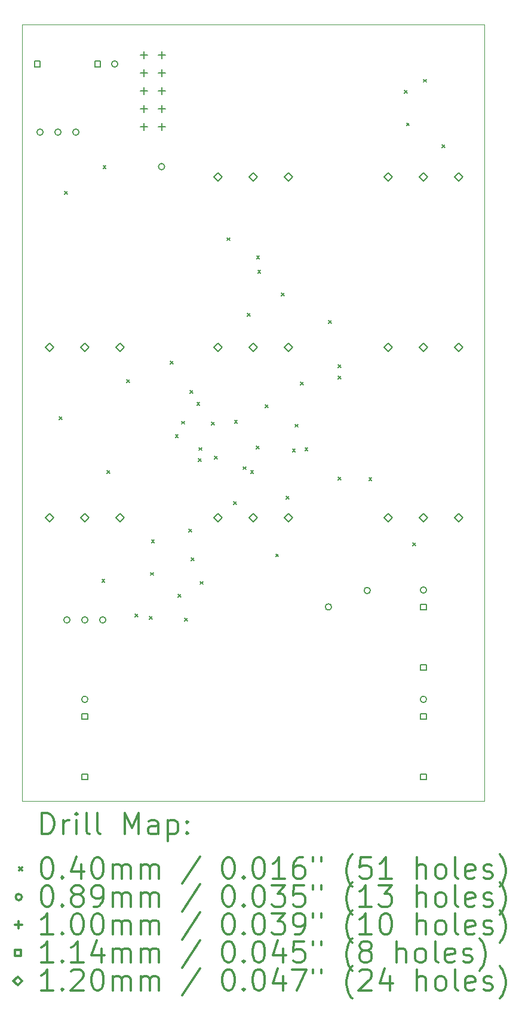
<source format=gbr>
%FSLAX45Y45*%
G04 Gerber Fmt 4.5, Leading zero omitted, Abs format (unit mm)*
G04 Created by KiCad (PCBNEW (5.1.4-0-10_14)) date 2019-11-18 15:59:14*
%MOMM*%
%LPD*%
G04 APERTURE LIST*
%ADD10C,0.050000*%
%ADD11C,0.200000*%
%ADD12C,0.300000*%
G04 APERTURE END LIST*
D10*
X0Y11000000D02*
X6553200Y11000000D01*
X6553200Y0D02*
X6553200Y11000000D01*
X6553200Y0D02*
X0Y0D01*
X0Y11000000D02*
X0Y0D01*
D11*
X526000Y5446000D02*
X566000Y5406000D01*
X566000Y5446000D02*
X526000Y5406000D01*
X601000Y8634000D02*
X641000Y8594000D01*
X641000Y8634000D02*
X601000Y8594000D01*
X1132000Y3141000D02*
X1172000Y3101000D01*
X1172000Y3141000D02*
X1132000Y3101000D01*
X1149000Y8999000D02*
X1189000Y8959000D01*
X1189000Y8999000D02*
X1149000Y8959000D01*
X1206000Y4682000D02*
X1246000Y4642000D01*
X1246000Y4682000D02*
X1206000Y4642000D01*
X1483000Y5967000D02*
X1523000Y5927000D01*
X1523000Y5967000D02*
X1483000Y5927000D01*
X1599000Y2652000D02*
X1639000Y2612000D01*
X1639000Y2652000D02*
X1599000Y2612000D01*
X1804000Y2616000D02*
X1844000Y2576000D01*
X1844000Y2616000D02*
X1804000Y2576000D01*
X1823000Y3239000D02*
X1863000Y3199000D01*
X1863000Y3239000D02*
X1823000Y3199000D01*
X1834000Y3699000D02*
X1874000Y3659000D01*
X1874000Y3699000D02*
X1834000Y3659000D01*
X2104000Y6228999D02*
X2144000Y6188999D01*
X2144000Y6228999D02*
X2104000Y6188999D01*
X2173000Y5190000D02*
X2213000Y5150000D01*
X2213000Y5190000D02*
X2173000Y5150000D01*
X2210000Y2932000D02*
X2250000Y2892000D01*
X2250000Y2932000D02*
X2210000Y2892000D01*
X2263000Y5381000D02*
X2303000Y5341000D01*
X2303000Y5381000D02*
X2263000Y5341000D01*
X2305000Y2591000D02*
X2345000Y2551000D01*
X2345000Y2591000D02*
X2305000Y2551000D01*
X2365000Y3850000D02*
X2405000Y3810000D01*
X2405000Y3850000D02*
X2365000Y3810000D01*
X2380000Y5819000D02*
X2420000Y5779000D01*
X2420000Y5819000D02*
X2380000Y5779000D01*
X2396000Y3443000D02*
X2436000Y3403000D01*
X2436000Y3443000D02*
X2396000Y3403000D01*
X2479000Y5647000D02*
X2519000Y5607000D01*
X2519000Y5647000D02*
X2479000Y5607000D01*
X2500000Y4853000D02*
X2540000Y4813000D01*
X2540000Y4853000D02*
X2500000Y4813000D01*
X2508000Y5007000D02*
X2548000Y4967000D01*
X2548000Y5007000D02*
X2508000Y4967000D01*
X2527000Y3112000D02*
X2567000Y3072000D01*
X2567000Y3112000D02*
X2527000Y3072000D01*
X2688000Y5370000D02*
X2728000Y5330000D01*
X2728000Y5370000D02*
X2688000Y5330000D01*
X2730766Y4883234D02*
X2770766Y4843234D01*
X2770766Y4883234D02*
X2730766Y4843234D01*
X2903000Y7979000D02*
X2943000Y7939000D01*
X2943000Y7979000D02*
X2903000Y7939000D01*
X2999000Y4241000D02*
X3039000Y4201000D01*
X3039000Y4241000D02*
X2999000Y4201000D01*
X3011000Y5391000D02*
X3051000Y5351000D01*
X3051000Y5391000D02*
X3011000Y5351000D01*
X3137000Y4738000D02*
X3177000Y4698000D01*
X3177000Y4738000D02*
X3137000Y4698000D01*
X3191000Y6909000D02*
X3231000Y6869000D01*
X3231000Y6909000D02*
X3191000Y6869000D01*
X3241000Y4679000D02*
X3281000Y4639000D01*
X3281000Y4679000D02*
X3241000Y4639000D01*
X3319000Y5030000D02*
X3359000Y4990000D01*
X3359000Y5030000D02*
X3319000Y4990000D01*
X3325000Y7719000D02*
X3365000Y7679000D01*
X3365000Y7719000D02*
X3325000Y7679000D01*
X3342000Y7517000D02*
X3382000Y7477000D01*
X3382000Y7517000D02*
X3342000Y7477000D01*
X3445000Y5616000D02*
X3485000Y5576000D01*
X3485000Y5616000D02*
X3445000Y5576000D01*
X3596800Y3499800D02*
X3636800Y3459800D01*
X3636800Y3499800D02*
X3596800Y3459800D01*
X3674000Y7199000D02*
X3714000Y7159000D01*
X3714000Y7199000D02*
X3674000Y7159000D01*
X3745000Y4317000D02*
X3785000Y4277000D01*
X3785000Y4317000D02*
X3745000Y4277000D01*
X3832000Y4989000D02*
X3872000Y4949000D01*
X3872000Y4989000D02*
X3832000Y4949000D01*
X3871000Y5338000D02*
X3911000Y5298000D01*
X3911000Y5338000D02*
X3871000Y5298000D01*
X3950000Y5933000D02*
X3990000Y5893000D01*
X3990000Y5933000D02*
X3950000Y5893000D01*
X4011000Y5005000D02*
X4051000Y4965000D01*
X4051000Y5005000D02*
X4011000Y4965000D01*
X4345000Y6809000D02*
X4385000Y6769000D01*
X4385000Y6809000D02*
X4345000Y6769000D01*
X4482000Y6178000D02*
X4522000Y6138000D01*
X4522000Y6178000D02*
X4482000Y6138000D01*
X4482000Y6020000D02*
X4522000Y5980000D01*
X4522000Y6020000D02*
X4482000Y5980000D01*
X4482000Y4586000D02*
X4522000Y4546000D01*
X4522000Y4586000D02*
X4482000Y4546000D01*
X4917000Y4578000D02*
X4957000Y4538000D01*
X4957000Y4578000D02*
X4917000Y4538000D01*
X5423000Y10064000D02*
X5463000Y10024000D01*
X5463000Y10064000D02*
X5423000Y10024000D01*
X5450000Y9605000D02*
X5490000Y9565000D01*
X5490000Y9605000D02*
X5450000Y9565000D01*
X5538000Y3659000D02*
X5578000Y3619000D01*
X5578000Y3659000D02*
X5538000Y3619000D01*
X5690000Y10224000D02*
X5730000Y10184000D01*
X5730000Y10224000D02*
X5690000Y10184000D01*
X5954000Y9299000D02*
X5994000Y9259000D01*
X5994000Y9299000D02*
X5954000Y9259000D01*
X679450Y2565400D02*
G75*
G03X679450Y2565400I-44450J0D01*
G01*
X933450Y2565400D02*
G75*
G03X933450Y2565400I-44450J0D01*
G01*
X1187450Y2565400D02*
G75*
G03X1187450Y2565400I-44450J0D01*
G01*
X1357630Y10439400D02*
G75*
G03X1357630Y10439400I-44450J0D01*
G01*
X5734050Y2989580D02*
G75*
G03X5734050Y2989580I-44450J0D01*
G01*
X4387450Y2750000D02*
G75*
G03X4387450Y2750000I-44450J0D01*
G01*
X5734050Y1441980D02*
G75*
G03X5734050Y1441980I-44450J0D01*
G01*
X2022450Y8987000D02*
G75*
G03X2022450Y8987000I-44450J0D01*
G01*
X4937450Y2983000D02*
G75*
G03X4937450Y2983000I-44450J0D01*
G01*
X933450Y1441980D02*
G75*
G03X933450Y1441980I-44450J0D01*
G01*
X298450Y9474200D02*
G75*
G03X298450Y9474200I-44450J0D01*
G01*
X552450Y9474200D02*
G75*
G03X552450Y9474200I-44450J0D01*
G01*
X806450Y9474200D02*
G75*
G03X806450Y9474200I-44450J0D01*
G01*
X1727200Y10616400D02*
X1727200Y10516400D01*
X1677200Y10566400D02*
X1777200Y10566400D01*
X1727200Y10362400D02*
X1727200Y10262400D01*
X1677200Y10312400D02*
X1777200Y10312400D01*
X1727200Y10108400D02*
X1727200Y10008400D01*
X1677200Y10058400D02*
X1777200Y10058400D01*
X1727200Y9854400D02*
X1727200Y9754400D01*
X1677200Y9804400D02*
X1777200Y9804400D01*
X1727200Y9600400D02*
X1727200Y9500400D01*
X1677200Y9550400D02*
X1777200Y9550400D01*
X1981200Y10616400D02*
X1981200Y10516400D01*
X1931200Y10566400D02*
X2031200Y10566400D01*
X1981200Y10362400D02*
X1981200Y10262400D01*
X1931200Y10312400D02*
X2031200Y10312400D01*
X1981200Y10108400D02*
X1981200Y10008400D01*
X1931200Y10058400D02*
X2031200Y10058400D01*
X1981200Y9854400D02*
X1981200Y9754400D01*
X1931200Y9804400D02*
X2031200Y9804400D01*
X1981200Y9600400D02*
X1981200Y9500400D01*
X1931200Y9550400D02*
X2031200Y9550400D01*
X5730011Y2707869D02*
X5730011Y2788692D01*
X5649188Y2788692D01*
X5649188Y2707869D01*
X5730011Y2707869D01*
X5730011Y1851888D02*
X5730011Y1932711D01*
X5649188Y1932711D01*
X5649188Y1851888D01*
X5730011Y1851888D01*
X256311Y10398989D02*
X256311Y10479812D01*
X175488Y10479812D01*
X175488Y10398989D01*
X256311Y10398989D01*
X1112292Y10398989D02*
X1112292Y10479812D01*
X1031468Y10479812D01*
X1031468Y10398989D01*
X1112292Y10398989D01*
X5730011Y1160269D02*
X5730011Y1241092D01*
X5649188Y1241092D01*
X5649188Y1160269D01*
X5730011Y1160269D01*
X5730011Y304289D02*
X5730011Y385111D01*
X5649188Y385111D01*
X5649188Y304289D01*
X5730011Y304289D01*
X929411Y1160269D02*
X929411Y1241092D01*
X848588Y1241092D01*
X848588Y1160269D01*
X929411Y1160269D01*
X929411Y304289D02*
X929411Y385111D01*
X848588Y385111D01*
X848588Y304289D01*
X929411Y304289D01*
X2776600Y8779200D02*
X2836600Y8839200D01*
X2776600Y8899200D01*
X2716600Y8839200D01*
X2776600Y8779200D01*
X3276600Y8779200D02*
X3336600Y8839200D01*
X3276600Y8899200D01*
X3216600Y8839200D01*
X3276600Y8779200D01*
X3776600Y8779200D02*
X3836600Y8839200D01*
X3776600Y8899200D01*
X3716600Y8839200D01*
X3776600Y8779200D01*
X5189600Y8779200D02*
X5249600Y8839200D01*
X5189600Y8899200D01*
X5129600Y8839200D01*
X5189600Y8779200D01*
X5689600Y8779200D02*
X5749600Y8839200D01*
X5689600Y8899200D01*
X5629600Y8839200D01*
X5689600Y8779200D01*
X6189600Y8779200D02*
X6249600Y8839200D01*
X6189600Y8899200D01*
X6129600Y8839200D01*
X6189600Y8779200D01*
X389000Y6366200D02*
X449000Y6426200D01*
X389000Y6486200D01*
X329000Y6426200D01*
X389000Y6366200D01*
X889000Y6366200D02*
X949000Y6426200D01*
X889000Y6486200D01*
X829000Y6426200D01*
X889000Y6366200D01*
X1389000Y6366200D02*
X1449000Y6426200D01*
X1389000Y6486200D01*
X1329000Y6426200D01*
X1389000Y6366200D01*
X5189600Y6366200D02*
X5249600Y6426200D01*
X5189600Y6486200D01*
X5129600Y6426200D01*
X5189600Y6366200D01*
X5689600Y6366200D02*
X5749600Y6426200D01*
X5689600Y6486200D01*
X5629600Y6426200D01*
X5689600Y6366200D01*
X6189600Y6366200D02*
X6249600Y6426200D01*
X6189600Y6486200D01*
X6129600Y6426200D01*
X6189600Y6366200D01*
X389000Y3953200D02*
X449000Y4013200D01*
X389000Y4073200D01*
X329000Y4013200D01*
X389000Y3953200D01*
X889000Y3953200D02*
X949000Y4013200D01*
X889000Y4073200D01*
X829000Y4013200D01*
X889000Y3953200D01*
X1389000Y3953200D02*
X1449000Y4013200D01*
X1389000Y4073200D01*
X1329000Y4013200D01*
X1389000Y3953200D01*
X2776600Y3953200D02*
X2836600Y4013200D01*
X2776600Y4073200D01*
X2716600Y4013200D01*
X2776600Y3953200D01*
X3276600Y3953200D02*
X3336600Y4013200D01*
X3276600Y4073200D01*
X3216600Y4013200D01*
X3276600Y3953200D01*
X3776600Y3953200D02*
X3836600Y4013200D01*
X3776600Y4073200D01*
X3716600Y4013200D01*
X3776600Y3953200D01*
X2776600Y6366200D02*
X2836600Y6426200D01*
X2776600Y6486200D01*
X2716600Y6426200D01*
X2776600Y6366200D01*
X3276600Y6366200D02*
X3336600Y6426200D01*
X3276600Y6486200D01*
X3216600Y6426200D01*
X3276600Y6366200D01*
X3776600Y6366200D02*
X3836600Y6426200D01*
X3776600Y6486200D01*
X3716600Y6426200D01*
X3776600Y6366200D01*
X5189600Y3953200D02*
X5249600Y4013200D01*
X5189600Y4073200D01*
X5129600Y4013200D01*
X5189600Y3953200D01*
X5689600Y3953200D02*
X5749600Y4013200D01*
X5689600Y4073200D01*
X5629600Y4013200D01*
X5689600Y3953200D01*
X6189600Y3953200D02*
X6249600Y4013200D01*
X6189600Y4073200D01*
X6129600Y4013200D01*
X6189600Y3953200D01*
D12*
X283928Y-468214D02*
X283928Y-168214D01*
X355357Y-168214D01*
X398214Y-182500D01*
X426786Y-211071D01*
X441071Y-239643D01*
X455357Y-296786D01*
X455357Y-339643D01*
X441071Y-396786D01*
X426786Y-425357D01*
X398214Y-453929D01*
X355357Y-468214D01*
X283928Y-468214D01*
X583928Y-468214D02*
X583928Y-268214D01*
X583928Y-325357D02*
X598214Y-296786D01*
X612500Y-282500D01*
X641071Y-268214D01*
X669643Y-268214D01*
X769643Y-468214D02*
X769643Y-268214D01*
X769643Y-168214D02*
X755357Y-182500D01*
X769643Y-196786D01*
X783928Y-182500D01*
X769643Y-168214D01*
X769643Y-196786D01*
X955357Y-468214D02*
X926786Y-453929D01*
X912500Y-425357D01*
X912500Y-168214D01*
X1112500Y-468214D02*
X1083928Y-453929D01*
X1069643Y-425357D01*
X1069643Y-168214D01*
X1455357Y-468214D02*
X1455357Y-168214D01*
X1555357Y-382500D01*
X1655357Y-168214D01*
X1655357Y-468214D01*
X1926786Y-468214D02*
X1926786Y-311072D01*
X1912500Y-282500D01*
X1883928Y-268214D01*
X1826786Y-268214D01*
X1798214Y-282500D01*
X1926786Y-453929D02*
X1898214Y-468214D01*
X1826786Y-468214D01*
X1798214Y-453929D01*
X1783928Y-425357D01*
X1783928Y-396786D01*
X1798214Y-368214D01*
X1826786Y-353929D01*
X1898214Y-353929D01*
X1926786Y-339643D01*
X2069643Y-268214D02*
X2069643Y-568214D01*
X2069643Y-282500D02*
X2098214Y-268214D01*
X2155357Y-268214D01*
X2183928Y-282500D01*
X2198214Y-296786D01*
X2212500Y-325357D01*
X2212500Y-411071D01*
X2198214Y-439643D01*
X2183928Y-453929D01*
X2155357Y-468214D01*
X2098214Y-468214D01*
X2069643Y-453929D01*
X2341071Y-439643D02*
X2355357Y-453929D01*
X2341071Y-468214D01*
X2326786Y-453929D01*
X2341071Y-439643D01*
X2341071Y-468214D01*
X2341071Y-282500D02*
X2355357Y-296786D01*
X2341071Y-311072D01*
X2326786Y-296786D01*
X2341071Y-282500D01*
X2341071Y-311072D01*
X-42500Y-942500D02*
X-2500Y-982500D01*
X-2500Y-942500D02*
X-42500Y-982500D01*
X341071Y-798214D02*
X369643Y-798214D01*
X398214Y-812500D01*
X412500Y-826786D01*
X426786Y-855357D01*
X441071Y-912500D01*
X441071Y-983929D01*
X426786Y-1041071D01*
X412500Y-1069643D01*
X398214Y-1083929D01*
X369643Y-1098214D01*
X341071Y-1098214D01*
X312500Y-1083929D01*
X298214Y-1069643D01*
X283928Y-1041071D01*
X269643Y-983929D01*
X269643Y-912500D01*
X283928Y-855357D01*
X298214Y-826786D01*
X312500Y-812500D01*
X341071Y-798214D01*
X569643Y-1069643D02*
X583928Y-1083929D01*
X569643Y-1098214D01*
X555357Y-1083929D01*
X569643Y-1069643D01*
X569643Y-1098214D01*
X841071Y-898214D02*
X841071Y-1098214D01*
X769643Y-783929D02*
X698214Y-998214D01*
X883928Y-998214D01*
X1055357Y-798214D02*
X1083928Y-798214D01*
X1112500Y-812500D01*
X1126786Y-826786D01*
X1141071Y-855357D01*
X1155357Y-912500D01*
X1155357Y-983929D01*
X1141071Y-1041071D01*
X1126786Y-1069643D01*
X1112500Y-1083929D01*
X1083928Y-1098214D01*
X1055357Y-1098214D01*
X1026786Y-1083929D01*
X1012500Y-1069643D01*
X998214Y-1041071D01*
X983928Y-983929D01*
X983928Y-912500D01*
X998214Y-855357D01*
X1012500Y-826786D01*
X1026786Y-812500D01*
X1055357Y-798214D01*
X1283928Y-1098214D02*
X1283928Y-898214D01*
X1283928Y-926786D02*
X1298214Y-912500D01*
X1326786Y-898214D01*
X1369643Y-898214D01*
X1398214Y-912500D01*
X1412500Y-941071D01*
X1412500Y-1098214D01*
X1412500Y-941071D02*
X1426786Y-912500D01*
X1455357Y-898214D01*
X1498214Y-898214D01*
X1526786Y-912500D01*
X1541071Y-941071D01*
X1541071Y-1098214D01*
X1683928Y-1098214D02*
X1683928Y-898214D01*
X1683928Y-926786D02*
X1698214Y-912500D01*
X1726786Y-898214D01*
X1769643Y-898214D01*
X1798214Y-912500D01*
X1812500Y-941071D01*
X1812500Y-1098214D01*
X1812500Y-941071D02*
X1826786Y-912500D01*
X1855357Y-898214D01*
X1898214Y-898214D01*
X1926786Y-912500D01*
X1941071Y-941071D01*
X1941071Y-1098214D01*
X2526786Y-783929D02*
X2269643Y-1169643D01*
X2912500Y-798214D02*
X2941071Y-798214D01*
X2969643Y-812500D01*
X2983928Y-826786D01*
X2998214Y-855357D01*
X3012500Y-912500D01*
X3012500Y-983929D01*
X2998214Y-1041071D01*
X2983928Y-1069643D01*
X2969643Y-1083929D01*
X2941071Y-1098214D01*
X2912500Y-1098214D01*
X2883928Y-1083929D01*
X2869643Y-1069643D01*
X2855357Y-1041071D01*
X2841071Y-983929D01*
X2841071Y-912500D01*
X2855357Y-855357D01*
X2869643Y-826786D01*
X2883928Y-812500D01*
X2912500Y-798214D01*
X3141071Y-1069643D02*
X3155357Y-1083929D01*
X3141071Y-1098214D01*
X3126786Y-1083929D01*
X3141071Y-1069643D01*
X3141071Y-1098214D01*
X3341071Y-798214D02*
X3369643Y-798214D01*
X3398214Y-812500D01*
X3412500Y-826786D01*
X3426786Y-855357D01*
X3441071Y-912500D01*
X3441071Y-983929D01*
X3426786Y-1041071D01*
X3412500Y-1069643D01*
X3398214Y-1083929D01*
X3369643Y-1098214D01*
X3341071Y-1098214D01*
X3312500Y-1083929D01*
X3298214Y-1069643D01*
X3283928Y-1041071D01*
X3269643Y-983929D01*
X3269643Y-912500D01*
X3283928Y-855357D01*
X3298214Y-826786D01*
X3312500Y-812500D01*
X3341071Y-798214D01*
X3726786Y-1098214D02*
X3555357Y-1098214D01*
X3641071Y-1098214D02*
X3641071Y-798214D01*
X3612500Y-841071D01*
X3583928Y-869643D01*
X3555357Y-883929D01*
X3983928Y-798214D02*
X3926786Y-798214D01*
X3898214Y-812500D01*
X3883928Y-826786D01*
X3855357Y-869643D01*
X3841071Y-926786D01*
X3841071Y-1041071D01*
X3855357Y-1069643D01*
X3869643Y-1083929D01*
X3898214Y-1098214D01*
X3955357Y-1098214D01*
X3983928Y-1083929D01*
X3998214Y-1069643D01*
X4012500Y-1041071D01*
X4012500Y-969643D01*
X3998214Y-941071D01*
X3983928Y-926786D01*
X3955357Y-912500D01*
X3898214Y-912500D01*
X3869643Y-926786D01*
X3855357Y-941071D01*
X3841071Y-969643D01*
X4126786Y-798214D02*
X4126786Y-855357D01*
X4241071Y-798214D02*
X4241071Y-855357D01*
X4683928Y-1212500D02*
X4669643Y-1198214D01*
X4641071Y-1155357D01*
X4626786Y-1126786D01*
X4612500Y-1083929D01*
X4598214Y-1012500D01*
X4598214Y-955357D01*
X4612500Y-883929D01*
X4626786Y-841071D01*
X4641071Y-812500D01*
X4669643Y-769643D01*
X4683928Y-755357D01*
X4941071Y-798214D02*
X4798214Y-798214D01*
X4783928Y-941071D01*
X4798214Y-926786D01*
X4826786Y-912500D01*
X4898214Y-912500D01*
X4926786Y-926786D01*
X4941071Y-941071D01*
X4955357Y-969643D01*
X4955357Y-1041071D01*
X4941071Y-1069643D01*
X4926786Y-1083929D01*
X4898214Y-1098214D01*
X4826786Y-1098214D01*
X4798214Y-1083929D01*
X4783928Y-1069643D01*
X5241071Y-1098214D02*
X5069643Y-1098214D01*
X5155357Y-1098214D02*
X5155357Y-798214D01*
X5126786Y-841071D01*
X5098214Y-869643D01*
X5069643Y-883929D01*
X5598214Y-1098214D02*
X5598214Y-798214D01*
X5726786Y-1098214D02*
X5726786Y-941071D01*
X5712500Y-912500D01*
X5683928Y-898214D01*
X5641071Y-898214D01*
X5612500Y-912500D01*
X5598214Y-926786D01*
X5912500Y-1098214D02*
X5883928Y-1083929D01*
X5869643Y-1069643D01*
X5855357Y-1041071D01*
X5855357Y-955357D01*
X5869643Y-926786D01*
X5883928Y-912500D01*
X5912500Y-898214D01*
X5955357Y-898214D01*
X5983928Y-912500D01*
X5998214Y-926786D01*
X6012500Y-955357D01*
X6012500Y-1041071D01*
X5998214Y-1069643D01*
X5983928Y-1083929D01*
X5955357Y-1098214D01*
X5912500Y-1098214D01*
X6183928Y-1098214D02*
X6155357Y-1083929D01*
X6141071Y-1055357D01*
X6141071Y-798214D01*
X6412500Y-1083929D02*
X6383928Y-1098214D01*
X6326786Y-1098214D01*
X6298214Y-1083929D01*
X6283928Y-1055357D01*
X6283928Y-941071D01*
X6298214Y-912500D01*
X6326786Y-898214D01*
X6383928Y-898214D01*
X6412500Y-912500D01*
X6426786Y-941071D01*
X6426786Y-969643D01*
X6283928Y-998214D01*
X6541071Y-1083929D02*
X6569643Y-1098214D01*
X6626786Y-1098214D01*
X6655357Y-1083929D01*
X6669643Y-1055357D01*
X6669643Y-1041071D01*
X6655357Y-1012500D01*
X6626786Y-998214D01*
X6583928Y-998214D01*
X6555357Y-983929D01*
X6541071Y-955357D01*
X6541071Y-941071D01*
X6555357Y-912500D01*
X6583928Y-898214D01*
X6626786Y-898214D01*
X6655357Y-912500D01*
X6769643Y-1212500D02*
X6783928Y-1198214D01*
X6812500Y-1155357D01*
X6826786Y-1126786D01*
X6841071Y-1083929D01*
X6855357Y-1012500D01*
X6855357Y-955357D01*
X6841071Y-883929D01*
X6826786Y-841071D01*
X6812500Y-812500D01*
X6783928Y-769643D01*
X6769643Y-755357D01*
X-2500Y-1358500D02*
G75*
G03X-2500Y-1358500I-44450J0D01*
G01*
X341071Y-1194214D02*
X369643Y-1194214D01*
X398214Y-1208500D01*
X412500Y-1222786D01*
X426786Y-1251357D01*
X441071Y-1308500D01*
X441071Y-1379929D01*
X426786Y-1437071D01*
X412500Y-1465643D01*
X398214Y-1479929D01*
X369643Y-1494214D01*
X341071Y-1494214D01*
X312500Y-1479929D01*
X298214Y-1465643D01*
X283928Y-1437071D01*
X269643Y-1379929D01*
X269643Y-1308500D01*
X283928Y-1251357D01*
X298214Y-1222786D01*
X312500Y-1208500D01*
X341071Y-1194214D01*
X569643Y-1465643D02*
X583928Y-1479929D01*
X569643Y-1494214D01*
X555357Y-1479929D01*
X569643Y-1465643D01*
X569643Y-1494214D01*
X755357Y-1322786D02*
X726786Y-1308500D01*
X712500Y-1294214D01*
X698214Y-1265643D01*
X698214Y-1251357D01*
X712500Y-1222786D01*
X726786Y-1208500D01*
X755357Y-1194214D01*
X812500Y-1194214D01*
X841071Y-1208500D01*
X855357Y-1222786D01*
X869643Y-1251357D01*
X869643Y-1265643D01*
X855357Y-1294214D01*
X841071Y-1308500D01*
X812500Y-1322786D01*
X755357Y-1322786D01*
X726786Y-1337072D01*
X712500Y-1351357D01*
X698214Y-1379929D01*
X698214Y-1437071D01*
X712500Y-1465643D01*
X726786Y-1479929D01*
X755357Y-1494214D01*
X812500Y-1494214D01*
X841071Y-1479929D01*
X855357Y-1465643D01*
X869643Y-1437071D01*
X869643Y-1379929D01*
X855357Y-1351357D01*
X841071Y-1337072D01*
X812500Y-1322786D01*
X1012500Y-1494214D02*
X1069643Y-1494214D01*
X1098214Y-1479929D01*
X1112500Y-1465643D01*
X1141071Y-1422786D01*
X1155357Y-1365643D01*
X1155357Y-1251357D01*
X1141071Y-1222786D01*
X1126786Y-1208500D01*
X1098214Y-1194214D01*
X1041071Y-1194214D01*
X1012500Y-1208500D01*
X998214Y-1222786D01*
X983928Y-1251357D01*
X983928Y-1322786D01*
X998214Y-1351357D01*
X1012500Y-1365643D01*
X1041071Y-1379929D01*
X1098214Y-1379929D01*
X1126786Y-1365643D01*
X1141071Y-1351357D01*
X1155357Y-1322786D01*
X1283928Y-1494214D02*
X1283928Y-1294214D01*
X1283928Y-1322786D02*
X1298214Y-1308500D01*
X1326786Y-1294214D01*
X1369643Y-1294214D01*
X1398214Y-1308500D01*
X1412500Y-1337072D01*
X1412500Y-1494214D01*
X1412500Y-1337072D02*
X1426786Y-1308500D01*
X1455357Y-1294214D01*
X1498214Y-1294214D01*
X1526786Y-1308500D01*
X1541071Y-1337072D01*
X1541071Y-1494214D01*
X1683928Y-1494214D02*
X1683928Y-1294214D01*
X1683928Y-1322786D02*
X1698214Y-1308500D01*
X1726786Y-1294214D01*
X1769643Y-1294214D01*
X1798214Y-1308500D01*
X1812500Y-1337072D01*
X1812500Y-1494214D01*
X1812500Y-1337072D02*
X1826786Y-1308500D01*
X1855357Y-1294214D01*
X1898214Y-1294214D01*
X1926786Y-1308500D01*
X1941071Y-1337072D01*
X1941071Y-1494214D01*
X2526786Y-1179929D02*
X2269643Y-1565643D01*
X2912500Y-1194214D02*
X2941071Y-1194214D01*
X2969643Y-1208500D01*
X2983928Y-1222786D01*
X2998214Y-1251357D01*
X3012500Y-1308500D01*
X3012500Y-1379929D01*
X2998214Y-1437071D01*
X2983928Y-1465643D01*
X2969643Y-1479929D01*
X2941071Y-1494214D01*
X2912500Y-1494214D01*
X2883928Y-1479929D01*
X2869643Y-1465643D01*
X2855357Y-1437071D01*
X2841071Y-1379929D01*
X2841071Y-1308500D01*
X2855357Y-1251357D01*
X2869643Y-1222786D01*
X2883928Y-1208500D01*
X2912500Y-1194214D01*
X3141071Y-1465643D02*
X3155357Y-1479929D01*
X3141071Y-1494214D01*
X3126786Y-1479929D01*
X3141071Y-1465643D01*
X3141071Y-1494214D01*
X3341071Y-1194214D02*
X3369643Y-1194214D01*
X3398214Y-1208500D01*
X3412500Y-1222786D01*
X3426786Y-1251357D01*
X3441071Y-1308500D01*
X3441071Y-1379929D01*
X3426786Y-1437071D01*
X3412500Y-1465643D01*
X3398214Y-1479929D01*
X3369643Y-1494214D01*
X3341071Y-1494214D01*
X3312500Y-1479929D01*
X3298214Y-1465643D01*
X3283928Y-1437071D01*
X3269643Y-1379929D01*
X3269643Y-1308500D01*
X3283928Y-1251357D01*
X3298214Y-1222786D01*
X3312500Y-1208500D01*
X3341071Y-1194214D01*
X3541071Y-1194214D02*
X3726786Y-1194214D01*
X3626786Y-1308500D01*
X3669643Y-1308500D01*
X3698214Y-1322786D01*
X3712500Y-1337072D01*
X3726786Y-1365643D01*
X3726786Y-1437071D01*
X3712500Y-1465643D01*
X3698214Y-1479929D01*
X3669643Y-1494214D01*
X3583928Y-1494214D01*
X3555357Y-1479929D01*
X3541071Y-1465643D01*
X3998214Y-1194214D02*
X3855357Y-1194214D01*
X3841071Y-1337072D01*
X3855357Y-1322786D01*
X3883928Y-1308500D01*
X3955357Y-1308500D01*
X3983928Y-1322786D01*
X3998214Y-1337072D01*
X4012500Y-1365643D01*
X4012500Y-1437071D01*
X3998214Y-1465643D01*
X3983928Y-1479929D01*
X3955357Y-1494214D01*
X3883928Y-1494214D01*
X3855357Y-1479929D01*
X3841071Y-1465643D01*
X4126786Y-1194214D02*
X4126786Y-1251357D01*
X4241071Y-1194214D02*
X4241071Y-1251357D01*
X4683928Y-1608500D02*
X4669643Y-1594214D01*
X4641071Y-1551357D01*
X4626786Y-1522786D01*
X4612500Y-1479929D01*
X4598214Y-1408500D01*
X4598214Y-1351357D01*
X4612500Y-1279929D01*
X4626786Y-1237072D01*
X4641071Y-1208500D01*
X4669643Y-1165643D01*
X4683928Y-1151357D01*
X4955357Y-1494214D02*
X4783928Y-1494214D01*
X4869643Y-1494214D02*
X4869643Y-1194214D01*
X4841071Y-1237072D01*
X4812500Y-1265643D01*
X4783928Y-1279929D01*
X5055357Y-1194214D02*
X5241071Y-1194214D01*
X5141071Y-1308500D01*
X5183928Y-1308500D01*
X5212500Y-1322786D01*
X5226786Y-1337072D01*
X5241071Y-1365643D01*
X5241071Y-1437071D01*
X5226786Y-1465643D01*
X5212500Y-1479929D01*
X5183928Y-1494214D01*
X5098214Y-1494214D01*
X5069643Y-1479929D01*
X5055357Y-1465643D01*
X5598214Y-1494214D02*
X5598214Y-1194214D01*
X5726786Y-1494214D02*
X5726786Y-1337072D01*
X5712500Y-1308500D01*
X5683928Y-1294214D01*
X5641071Y-1294214D01*
X5612500Y-1308500D01*
X5598214Y-1322786D01*
X5912500Y-1494214D02*
X5883928Y-1479929D01*
X5869643Y-1465643D01*
X5855357Y-1437071D01*
X5855357Y-1351357D01*
X5869643Y-1322786D01*
X5883928Y-1308500D01*
X5912500Y-1294214D01*
X5955357Y-1294214D01*
X5983928Y-1308500D01*
X5998214Y-1322786D01*
X6012500Y-1351357D01*
X6012500Y-1437071D01*
X5998214Y-1465643D01*
X5983928Y-1479929D01*
X5955357Y-1494214D01*
X5912500Y-1494214D01*
X6183928Y-1494214D02*
X6155357Y-1479929D01*
X6141071Y-1451357D01*
X6141071Y-1194214D01*
X6412500Y-1479929D02*
X6383928Y-1494214D01*
X6326786Y-1494214D01*
X6298214Y-1479929D01*
X6283928Y-1451357D01*
X6283928Y-1337072D01*
X6298214Y-1308500D01*
X6326786Y-1294214D01*
X6383928Y-1294214D01*
X6412500Y-1308500D01*
X6426786Y-1337072D01*
X6426786Y-1365643D01*
X6283928Y-1394214D01*
X6541071Y-1479929D02*
X6569643Y-1494214D01*
X6626786Y-1494214D01*
X6655357Y-1479929D01*
X6669643Y-1451357D01*
X6669643Y-1437071D01*
X6655357Y-1408500D01*
X6626786Y-1394214D01*
X6583928Y-1394214D01*
X6555357Y-1379929D01*
X6541071Y-1351357D01*
X6541071Y-1337072D01*
X6555357Y-1308500D01*
X6583928Y-1294214D01*
X6626786Y-1294214D01*
X6655357Y-1308500D01*
X6769643Y-1608500D02*
X6783928Y-1594214D01*
X6812500Y-1551357D01*
X6826786Y-1522786D01*
X6841071Y-1479929D01*
X6855357Y-1408500D01*
X6855357Y-1351357D01*
X6841071Y-1279929D01*
X6826786Y-1237072D01*
X6812500Y-1208500D01*
X6783928Y-1165643D01*
X6769643Y-1151357D01*
X-52500Y-1704500D02*
X-52500Y-1804500D01*
X-102500Y-1754500D02*
X-2500Y-1754500D01*
X441071Y-1890214D02*
X269643Y-1890214D01*
X355357Y-1890214D02*
X355357Y-1590214D01*
X326786Y-1633071D01*
X298214Y-1661643D01*
X269643Y-1675929D01*
X569643Y-1861643D02*
X583928Y-1875929D01*
X569643Y-1890214D01*
X555357Y-1875929D01*
X569643Y-1861643D01*
X569643Y-1890214D01*
X769643Y-1590214D02*
X798214Y-1590214D01*
X826786Y-1604500D01*
X841071Y-1618786D01*
X855357Y-1647357D01*
X869643Y-1704500D01*
X869643Y-1775929D01*
X855357Y-1833071D01*
X841071Y-1861643D01*
X826786Y-1875929D01*
X798214Y-1890214D01*
X769643Y-1890214D01*
X741071Y-1875929D01*
X726786Y-1861643D01*
X712500Y-1833071D01*
X698214Y-1775929D01*
X698214Y-1704500D01*
X712500Y-1647357D01*
X726786Y-1618786D01*
X741071Y-1604500D01*
X769643Y-1590214D01*
X1055357Y-1590214D02*
X1083928Y-1590214D01*
X1112500Y-1604500D01*
X1126786Y-1618786D01*
X1141071Y-1647357D01*
X1155357Y-1704500D01*
X1155357Y-1775929D01*
X1141071Y-1833071D01*
X1126786Y-1861643D01*
X1112500Y-1875929D01*
X1083928Y-1890214D01*
X1055357Y-1890214D01*
X1026786Y-1875929D01*
X1012500Y-1861643D01*
X998214Y-1833071D01*
X983928Y-1775929D01*
X983928Y-1704500D01*
X998214Y-1647357D01*
X1012500Y-1618786D01*
X1026786Y-1604500D01*
X1055357Y-1590214D01*
X1283928Y-1890214D02*
X1283928Y-1690214D01*
X1283928Y-1718786D02*
X1298214Y-1704500D01*
X1326786Y-1690214D01*
X1369643Y-1690214D01*
X1398214Y-1704500D01*
X1412500Y-1733071D01*
X1412500Y-1890214D01*
X1412500Y-1733071D02*
X1426786Y-1704500D01*
X1455357Y-1690214D01*
X1498214Y-1690214D01*
X1526786Y-1704500D01*
X1541071Y-1733071D01*
X1541071Y-1890214D01*
X1683928Y-1890214D02*
X1683928Y-1690214D01*
X1683928Y-1718786D02*
X1698214Y-1704500D01*
X1726786Y-1690214D01*
X1769643Y-1690214D01*
X1798214Y-1704500D01*
X1812500Y-1733071D01*
X1812500Y-1890214D01*
X1812500Y-1733071D02*
X1826786Y-1704500D01*
X1855357Y-1690214D01*
X1898214Y-1690214D01*
X1926786Y-1704500D01*
X1941071Y-1733071D01*
X1941071Y-1890214D01*
X2526786Y-1575929D02*
X2269643Y-1961643D01*
X2912500Y-1590214D02*
X2941071Y-1590214D01*
X2969643Y-1604500D01*
X2983928Y-1618786D01*
X2998214Y-1647357D01*
X3012500Y-1704500D01*
X3012500Y-1775929D01*
X2998214Y-1833071D01*
X2983928Y-1861643D01*
X2969643Y-1875929D01*
X2941071Y-1890214D01*
X2912500Y-1890214D01*
X2883928Y-1875929D01*
X2869643Y-1861643D01*
X2855357Y-1833071D01*
X2841071Y-1775929D01*
X2841071Y-1704500D01*
X2855357Y-1647357D01*
X2869643Y-1618786D01*
X2883928Y-1604500D01*
X2912500Y-1590214D01*
X3141071Y-1861643D02*
X3155357Y-1875929D01*
X3141071Y-1890214D01*
X3126786Y-1875929D01*
X3141071Y-1861643D01*
X3141071Y-1890214D01*
X3341071Y-1590214D02*
X3369643Y-1590214D01*
X3398214Y-1604500D01*
X3412500Y-1618786D01*
X3426786Y-1647357D01*
X3441071Y-1704500D01*
X3441071Y-1775929D01*
X3426786Y-1833071D01*
X3412500Y-1861643D01*
X3398214Y-1875929D01*
X3369643Y-1890214D01*
X3341071Y-1890214D01*
X3312500Y-1875929D01*
X3298214Y-1861643D01*
X3283928Y-1833071D01*
X3269643Y-1775929D01*
X3269643Y-1704500D01*
X3283928Y-1647357D01*
X3298214Y-1618786D01*
X3312500Y-1604500D01*
X3341071Y-1590214D01*
X3541071Y-1590214D02*
X3726786Y-1590214D01*
X3626786Y-1704500D01*
X3669643Y-1704500D01*
X3698214Y-1718786D01*
X3712500Y-1733071D01*
X3726786Y-1761643D01*
X3726786Y-1833071D01*
X3712500Y-1861643D01*
X3698214Y-1875929D01*
X3669643Y-1890214D01*
X3583928Y-1890214D01*
X3555357Y-1875929D01*
X3541071Y-1861643D01*
X3869643Y-1890214D02*
X3926786Y-1890214D01*
X3955357Y-1875929D01*
X3969643Y-1861643D01*
X3998214Y-1818786D01*
X4012500Y-1761643D01*
X4012500Y-1647357D01*
X3998214Y-1618786D01*
X3983928Y-1604500D01*
X3955357Y-1590214D01*
X3898214Y-1590214D01*
X3869643Y-1604500D01*
X3855357Y-1618786D01*
X3841071Y-1647357D01*
X3841071Y-1718786D01*
X3855357Y-1747357D01*
X3869643Y-1761643D01*
X3898214Y-1775929D01*
X3955357Y-1775929D01*
X3983928Y-1761643D01*
X3998214Y-1747357D01*
X4012500Y-1718786D01*
X4126786Y-1590214D02*
X4126786Y-1647357D01*
X4241071Y-1590214D02*
X4241071Y-1647357D01*
X4683928Y-2004500D02*
X4669643Y-1990214D01*
X4641071Y-1947357D01*
X4626786Y-1918786D01*
X4612500Y-1875929D01*
X4598214Y-1804500D01*
X4598214Y-1747357D01*
X4612500Y-1675929D01*
X4626786Y-1633071D01*
X4641071Y-1604500D01*
X4669643Y-1561643D01*
X4683928Y-1547357D01*
X4955357Y-1890214D02*
X4783928Y-1890214D01*
X4869643Y-1890214D02*
X4869643Y-1590214D01*
X4841071Y-1633071D01*
X4812500Y-1661643D01*
X4783928Y-1675929D01*
X5141071Y-1590214D02*
X5169643Y-1590214D01*
X5198214Y-1604500D01*
X5212500Y-1618786D01*
X5226786Y-1647357D01*
X5241071Y-1704500D01*
X5241071Y-1775929D01*
X5226786Y-1833071D01*
X5212500Y-1861643D01*
X5198214Y-1875929D01*
X5169643Y-1890214D01*
X5141071Y-1890214D01*
X5112500Y-1875929D01*
X5098214Y-1861643D01*
X5083928Y-1833071D01*
X5069643Y-1775929D01*
X5069643Y-1704500D01*
X5083928Y-1647357D01*
X5098214Y-1618786D01*
X5112500Y-1604500D01*
X5141071Y-1590214D01*
X5598214Y-1890214D02*
X5598214Y-1590214D01*
X5726786Y-1890214D02*
X5726786Y-1733071D01*
X5712500Y-1704500D01*
X5683928Y-1690214D01*
X5641071Y-1690214D01*
X5612500Y-1704500D01*
X5598214Y-1718786D01*
X5912500Y-1890214D02*
X5883928Y-1875929D01*
X5869643Y-1861643D01*
X5855357Y-1833071D01*
X5855357Y-1747357D01*
X5869643Y-1718786D01*
X5883928Y-1704500D01*
X5912500Y-1690214D01*
X5955357Y-1690214D01*
X5983928Y-1704500D01*
X5998214Y-1718786D01*
X6012500Y-1747357D01*
X6012500Y-1833071D01*
X5998214Y-1861643D01*
X5983928Y-1875929D01*
X5955357Y-1890214D01*
X5912500Y-1890214D01*
X6183928Y-1890214D02*
X6155357Y-1875929D01*
X6141071Y-1847357D01*
X6141071Y-1590214D01*
X6412500Y-1875929D02*
X6383928Y-1890214D01*
X6326786Y-1890214D01*
X6298214Y-1875929D01*
X6283928Y-1847357D01*
X6283928Y-1733071D01*
X6298214Y-1704500D01*
X6326786Y-1690214D01*
X6383928Y-1690214D01*
X6412500Y-1704500D01*
X6426786Y-1733071D01*
X6426786Y-1761643D01*
X6283928Y-1790214D01*
X6541071Y-1875929D02*
X6569643Y-1890214D01*
X6626786Y-1890214D01*
X6655357Y-1875929D01*
X6669643Y-1847357D01*
X6669643Y-1833071D01*
X6655357Y-1804500D01*
X6626786Y-1790214D01*
X6583928Y-1790214D01*
X6555357Y-1775929D01*
X6541071Y-1747357D01*
X6541071Y-1733071D01*
X6555357Y-1704500D01*
X6583928Y-1690214D01*
X6626786Y-1690214D01*
X6655357Y-1704500D01*
X6769643Y-2004500D02*
X6783928Y-1990214D01*
X6812500Y-1947357D01*
X6826786Y-1918786D01*
X6841071Y-1875929D01*
X6855357Y-1804500D01*
X6855357Y-1747357D01*
X6841071Y-1675929D01*
X6826786Y-1633071D01*
X6812500Y-1604500D01*
X6783928Y-1561643D01*
X6769643Y-1547357D01*
X-19239Y-2190912D02*
X-19239Y-2110089D01*
X-100062Y-2110089D01*
X-100062Y-2190912D01*
X-19239Y-2190912D01*
X441071Y-2286214D02*
X269643Y-2286214D01*
X355357Y-2286214D02*
X355357Y-1986214D01*
X326786Y-2029071D01*
X298214Y-2057643D01*
X269643Y-2071929D01*
X569643Y-2257643D02*
X583928Y-2271929D01*
X569643Y-2286214D01*
X555357Y-2271929D01*
X569643Y-2257643D01*
X569643Y-2286214D01*
X869643Y-2286214D02*
X698214Y-2286214D01*
X783928Y-2286214D02*
X783928Y-1986214D01*
X755357Y-2029071D01*
X726786Y-2057643D01*
X698214Y-2071929D01*
X1126786Y-2086214D02*
X1126786Y-2286214D01*
X1055357Y-1971929D02*
X983928Y-2186214D01*
X1169643Y-2186214D01*
X1283928Y-2286214D02*
X1283928Y-2086214D01*
X1283928Y-2114786D02*
X1298214Y-2100500D01*
X1326786Y-2086214D01*
X1369643Y-2086214D01*
X1398214Y-2100500D01*
X1412500Y-2129072D01*
X1412500Y-2286214D01*
X1412500Y-2129072D02*
X1426786Y-2100500D01*
X1455357Y-2086214D01*
X1498214Y-2086214D01*
X1526786Y-2100500D01*
X1541071Y-2129072D01*
X1541071Y-2286214D01*
X1683928Y-2286214D02*
X1683928Y-2086214D01*
X1683928Y-2114786D02*
X1698214Y-2100500D01*
X1726786Y-2086214D01*
X1769643Y-2086214D01*
X1798214Y-2100500D01*
X1812500Y-2129072D01*
X1812500Y-2286214D01*
X1812500Y-2129072D02*
X1826786Y-2100500D01*
X1855357Y-2086214D01*
X1898214Y-2086214D01*
X1926786Y-2100500D01*
X1941071Y-2129072D01*
X1941071Y-2286214D01*
X2526786Y-1971929D02*
X2269643Y-2357643D01*
X2912500Y-1986214D02*
X2941071Y-1986214D01*
X2969643Y-2000500D01*
X2983928Y-2014786D01*
X2998214Y-2043357D01*
X3012500Y-2100500D01*
X3012500Y-2171929D01*
X2998214Y-2229072D01*
X2983928Y-2257643D01*
X2969643Y-2271929D01*
X2941071Y-2286214D01*
X2912500Y-2286214D01*
X2883928Y-2271929D01*
X2869643Y-2257643D01*
X2855357Y-2229072D01*
X2841071Y-2171929D01*
X2841071Y-2100500D01*
X2855357Y-2043357D01*
X2869643Y-2014786D01*
X2883928Y-2000500D01*
X2912500Y-1986214D01*
X3141071Y-2257643D02*
X3155357Y-2271929D01*
X3141071Y-2286214D01*
X3126786Y-2271929D01*
X3141071Y-2257643D01*
X3141071Y-2286214D01*
X3341071Y-1986214D02*
X3369643Y-1986214D01*
X3398214Y-2000500D01*
X3412500Y-2014786D01*
X3426786Y-2043357D01*
X3441071Y-2100500D01*
X3441071Y-2171929D01*
X3426786Y-2229072D01*
X3412500Y-2257643D01*
X3398214Y-2271929D01*
X3369643Y-2286214D01*
X3341071Y-2286214D01*
X3312500Y-2271929D01*
X3298214Y-2257643D01*
X3283928Y-2229072D01*
X3269643Y-2171929D01*
X3269643Y-2100500D01*
X3283928Y-2043357D01*
X3298214Y-2014786D01*
X3312500Y-2000500D01*
X3341071Y-1986214D01*
X3698214Y-2086214D02*
X3698214Y-2286214D01*
X3626786Y-1971929D02*
X3555357Y-2186214D01*
X3741071Y-2186214D01*
X3998214Y-1986214D02*
X3855357Y-1986214D01*
X3841071Y-2129072D01*
X3855357Y-2114786D01*
X3883928Y-2100500D01*
X3955357Y-2100500D01*
X3983928Y-2114786D01*
X3998214Y-2129072D01*
X4012500Y-2157643D01*
X4012500Y-2229072D01*
X3998214Y-2257643D01*
X3983928Y-2271929D01*
X3955357Y-2286214D01*
X3883928Y-2286214D01*
X3855357Y-2271929D01*
X3841071Y-2257643D01*
X4126786Y-1986214D02*
X4126786Y-2043357D01*
X4241071Y-1986214D02*
X4241071Y-2043357D01*
X4683928Y-2400500D02*
X4669643Y-2386214D01*
X4641071Y-2343357D01*
X4626786Y-2314786D01*
X4612500Y-2271929D01*
X4598214Y-2200500D01*
X4598214Y-2143357D01*
X4612500Y-2071929D01*
X4626786Y-2029071D01*
X4641071Y-2000500D01*
X4669643Y-1957643D01*
X4683928Y-1943357D01*
X4841071Y-2114786D02*
X4812500Y-2100500D01*
X4798214Y-2086214D01*
X4783928Y-2057643D01*
X4783928Y-2043357D01*
X4798214Y-2014786D01*
X4812500Y-2000500D01*
X4841071Y-1986214D01*
X4898214Y-1986214D01*
X4926786Y-2000500D01*
X4941071Y-2014786D01*
X4955357Y-2043357D01*
X4955357Y-2057643D01*
X4941071Y-2086214D01*
X4926786Y-2100500D01*
X4898214Y-2114786D01*
X4841071Y-2114786D01*
X4812500Y-2129072D01*
X4798214Y-2143357D01*
X4783928Y-2171929D01*
X4783928Y-2229072D01*
X4798214Y-2257643D01*
X4812500Y-2271929D01*
X4841071Y-2286214D01*
X4898214Y-2286214D01*
X4926786Y-2271929D01*
X4941071Y-2257643D01*
X4955357Y-2229072D01*
X4955357Y-2171929D01*
X4941071Y-2143357D01*
X4926786Y-2129072D01*
X4898214Y-2114786D01*
X5312500Y-2286214D02*
X5312500Y-1986214D01*
X5441071Y-2286214D02*
X5441071Y-2129072D01*
X5426786Y-2100500D01*
X5398214Y-2086214D01*
X5355357Y-2086214D01*
X5326786Y-2100500D01*
X5312500Y-2114786D01*
X5626786Y-2286214D02*
X5598214Y-2271929D01*
X5583928Y-2257643D01*
X5569643Y-2229072D01*
X5569643Y-2143357D01*
X5583928Y-2114786D01*
X5598214Y-2100500D01*
X5626786Y-2086214D01*
X5669643Y-2086214D01*
X5698214Y-2100500D01*
X5712500Y-2114786D01*
X5726786Y-2143357D01*
X5726786Y-2229072D01*
X5712500Y-2257643D01*
X5698214Y-2271929D01*
X5669643Y-2286214D01*
X5626786Y-2286214D01*
X5898214Y-2286214D02*
X5869643Y-2271929D01*
X5855357Y-2243357D01*
X5855357Y-1986214D01*
X6126786Y-2271929D02*
X6098214Y-2286214D01*
X6041071Y-2286214D01*
X6012500Y-2271929D01*
X5998214Y-2243357D01*
X5998214Y-2129072D01*
X6012500Y-2100500D01*
X6041071Y-2086214D01*
X6098214Y-2086214D01*
X6126786Y-2100500D01*
X6141071Y-2129072D01*
X6141071Y-2157643D01*
X5998214Y-2186214D01*
X6255357Y-2271929D02*
X6283928Y-2286214D01*
X6341071Y-2286214D01*
X6369643Y-2271929D01*
X6383928Y-2243357D01*
X6383928Y-2229072D01*
X6369643Y-2200500D01*
X6341071Y-2186214D01*
X6298214Y-2186214D01*
X6269643Y-2171929D01*
X6255357Y-2143357D01*
X6255357Y-2129072D01*
X6269643Y-2100500D01*
X6298214Y-2086214D01*
X6341071Y-2086214D01*
X6369643Y-2100500D01*
X6483928Y-2400500D02*
X6498214Y-2386214D01*
X6526786Y-2343357D01*
X6541071Y-2314786D01*
X6555357Y-2271929D01*
X6569643Y-2200500D01*
X6569643Y-2143357D01*
X6555357Y-2071929D01*
X6541071Y-2029071D01*
X6526786Y-2000500D01*
X6498214Y-1957643D01*
X6483928Y-1943357D01*
X-62500Y-2606500D02*
X-2500Y-2546500D01*
X-62500Y-2486500D01*
X-122500Y-2546500D01*
X-62500Y-2606500D01*
X441071Y-2682214D02*
X269643Y-2682214D01*
X355357Y-2682214D02*
X355357Y-2382214D01*
X326786Y-2425072D01*
X298214Y-2453643D01*
X269643Y-2467929D01*
X569643Y-2653643D02*
X583928Y-2667929D01*
X569643Y-2682214D01*
X555357Y-2667929D01*
X569643Y-2653643D01*
X569643Y-2682214D01*
X698214Y-2410786D02*
X712500Y-2396500D01*
X741071Y-2382214D01*
X812500Y-2382214D01*
X841071Y-2396500D01*
X855357Y-2410786D01*
X869643Y-2439357D01*
X869643Y-2467929D01*
X855357Y-2510786D01*
X683928Y-2682214D01*
X869643Y-2682214D01*
X1055357Y-2382214D02*
X1083928Y-2382214D01*
X1112500Y-2396500D01*
X1126786Y-2410786D01*
X1141071Y-2439357D01*
X1155357Y-2496500D01*
X1155357Y-2567929D01*
X1141071Y-2625072D01*
X1126786Y-2653643D01*
X1112500Y-2667929D01*
X1083928Y-2682214D01*
X1055357Y-2682214D01*
X1026786Y-2667929D01*
X1012500Y-2653643D01*
X998214Y-2625072D01*
X983928Y-2567929D01*
X983928Y-2496500D01*
X998214Y-2439357D01*
X1012500Y-2410786D01*
X1026786Y-2396500D01*
X1055357Y-2382214D01*
X1283928Y-2682214D02*
X1283928Y-2482214D01*
X1283928Y-2510786D02*
X1298214Y-2496500D01*
X1326786Y-2482214D01*
X1369643Y-2482214D01*
X1398214Y-2496500D01*
X1412500Y-2525072D01*
X1412500Y-2682214D01*
X1412500Y-2525072D02*
X1426786Y-2496500D01*
X1455357Y-2482214D01*
X1498214Y-2482214D01*
X1526786Y-2496500D01*
X1541071Y-2525072D01*
X1541071Y-2682214D01*
X1683928Y-2682214D02*
X1683928Y-2482214D01*
X1683928Y-2510786D02*
X1698214Y-2496500D01*
X1726786Y-2482214D01*
X1769643Y-2482214D01*
X1798214Y-2496500D01*
X1812500Y-2525072D01*
X1812500Y-2682214D01*
X1812500Y-2525072D02*
X1826786Y-2496500D01*
X1855357Y-2482214D01*
X1898214Y-2482214D01*
X1926786Y-2496500D01*
X1941071Y-2525072D01*
X1941071Y-2682214D01*
X2526786Y-2367929D02*
X2269643Y-2753643D01*
X2912500Y-2382214D02*
X2941071Y-2382214D01*
X2969643Y-2396500D01*
X2983928Y-2410786D01*
X2998214Y-2439357D01*
X3012500Y-2496500D01*
X3012500Y-2567929D01*
X2998214Y-2625072D01*
X2983928Y-2653643D01*
X2969643Y-2667929D01*
X2941071Y-2682214D01*
X2912500Y-2682214D01*
X2883928Y-2667929D01*
X2869643Y-2653643D01*
X2855357Y-2625072D01*
X2841071Y-2567929D01*
X2841071Y-2496500D01*
X2855357Y-2439357D01*
X2869643Y-2410786D01*
X2883928Y-2396500D01*
X2912500Y-2382214D01*
X3141071Y-2653643D02*
X3155357Y-2667929D01*
X3141071Y-2682214D01*
X3126786Y-2667929D01*
X3141071Y-2653643D01*
X3141071Y-2682214D01*
X3341071Y-2382214D02*
X3369643Y-2382214D01*
X3398214Y-2396500D01*
X3412500Y-2410786D01*
X3426786Y-2439357D01*
X3441071Y-2496500D01*
X3441071Y-2567929D01*
X3426786Y-2625072D01*
X3412500Y-2653643D01*
X3398214Y-2667929D01*
X3369643Y-2682214D01*
X3341071Y-2682214D01*
X3312500Y-2667929D01*
X3298214Y-2653643D01*
X3283928Y-2625072D01*
X3269643Y-2567929D01*
X3269643Y-2496500D01*
X3283928Y-2439357D01*
X3298214Y-2410786D01*
X3312500Y-2396500D01*
X3341071Y-2382214D01*
X3698214Y-2482214D02*
X3698214Y-2682214D01*
X3626786Y-2367929D02*
X3555357Y-2582214D01*
X3741071Y-2582214D01*
X3826786Y-2382214D02*
X4026786Y-2382214D01*
X3898214Y-2682214D01*
X4126786Y-2382214D02*
X4126786Y-2439357D01*
X4241071Y-2382214D02*
X4241071Y-2439357D01*
X4683928Y-2796500D02*
X4669643Y-2782214D01*
X4641071Y-2739357D01*
X4626786Y-2710786D01*
X4612500Y-2667929D01*
X4598214Y-2596500D01*
X4598214Y-2539357D01*
X4612500Y-2467929D01*
X4626786Y-2425072D01*
X4641071Y-2396500D01*
X4669643Y-2353643D01*
X4683928Y-2339357D01*
X4783928Y-2410786D02*
X4798214Y-2396500D01*
X4826786Y-2382214D01*
X4898214Y-2382214D01*
X4926786Y-2396500D01*
X4941071Y-2410786D01*
X4955357Y-2439357D01*
X4955357Y-2467929D01*
X4941071Y-2510786D01*
X4769643Y-2682214D01*
X4955357Y-2682214D01*
X5212500Y-2482214D02*
X5212500Y-2682214D01*
X5141071Y-2367929D02*
X5069643Y-2582214D01*
X5255357Y-2582214D01*
X5598214Y-2682214D02*
X5598214Y-2382214D01*
X5726786Y-2682214D02*
X5726786Y-2525072D01*
X5712500Y-2496500D01*
X5683928Y-2482214D01*
X5641071Y-2482214D01*
X5612500Y-2496500D01*
X5598214Y-2510786D01*
X5912500Y-2682214D02*
X5883928Y-2667929D01*
X5869643Y-2653643D01*
X5855357Y-2625072D01*
X5855357Y-2539357D01*
X5869643Y-2510786D01*
X5883928Y-2496500D01*
X5912500Y-2482214D01*
X5955357Y-2482214D01*
X5983928Y-2496500D01*
X5998214Y-2510786D01*
X6012500Y-2539357D01*
X6012500Y-2625072D01*
X5998214Y-2653643D01*
X5983928Y-2667929D01*
X5955357Y-2682214D01*
X5912500Y-2682214D01*
X6183928Y-2682214D02*
X6155357Y-2667929D01*
X6141071Y-2639357D01*
X6141071Y-2382214D01*
X6412500Y-2667929D02*
X6383928Y-2682214D01*
X6326786Y-2682214D01*
X6298214Y-2667929D01*
X6283928Y-2639357D01*
X6283928Y-2525072D01*
X6298214Y-2496500D01*
X6326786Y-2482214D01*
X6383928Y-2482214D01*
X6412500Y-2496500D01*
X6426786Y-2525072D01*
X6426786Y-2553643D01*
X6283928Y-2582214D01*
X6541071Y-2667929D02*
X6569643Y-2682214D01*
X6626786Y-2682214D01*
X6655357Y-2667929D01*
X6669643Y-2639357D01*
X6669643Y-2625072D01*
X6655357Y-2596500D01*
X6626786Y-2582214D01*
X6583928Y-2582214D01*
X6555357Y-2567929D01*
X6541071Y-2539357D01*
X6541071Y-2525072D01*
X6555357Y-2496500D01*
X6583928Y-2482214D01*
X6626786Y-2482214D01*
X6655357Y-2496500D01*
X6769643Y-2796500D02*
X6783928Y-2782214D01*
X6812500Y-2739357D01*
X6826786Y-2710786D01*
X6841071Y-2667929D01*
X6855357Y-2596500D01*
X6855357Y-2539357D01*
X6841071Y-2467929D01*
X6826786Y-2425072D01*
X6812500Y-2396500D01*
X6783928Y-2353643D01*
X6769643Y-2339357D01*
M02*

</source>
